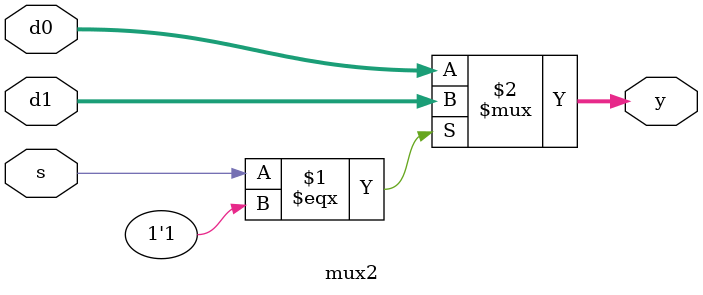
<source format=v>
`timescale 1ns / 1ps


module mux2 #(parameter WIDTH = 8)(
	input wire[WIDTH-1:0] d0,d1,
	input wire s,
	output wire[WIDTH-1:0] y
    );
	
	assign y = s ===1 ? d1 : d0;
endmodule

</source>
